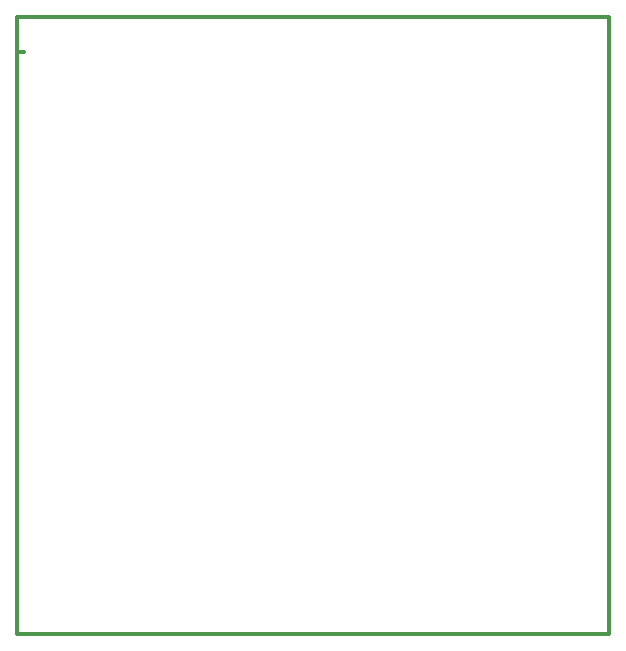
<source format=gko>
G04 Layer: BoardOutlineLayer*
G04 EasyEDA v6.5.47, 2024-09-19 05:07:01*
G04 da73b591da4a40a19c68f2a140ff4f82,20cc673dbd184c8ca6733993ffc9aab1,10*
G04 Gerber Generator version 0.2*
G04 Scale: 100 percent, Rotated: No, Reflected: No *
G04 Dimensions in millimeters *
G04 leading zeros omitted , absolute positions ,4 integer and 5 decimal *
%FSLAX45Y45*%
%MOMM*%

%ADD10C,0.3000*%
D10*
X6324600Y5969000D02*
G01*
X6261100Y5969000D01*
X6261100Y6261100D01*
X11277600Y6261100D01*
X11277600Y1041400D01*
X6261100Y1041400D01*
X6261100Y5969000D01*
X6311900Y5969000D01*

%LPD*%
M02*

</source>
